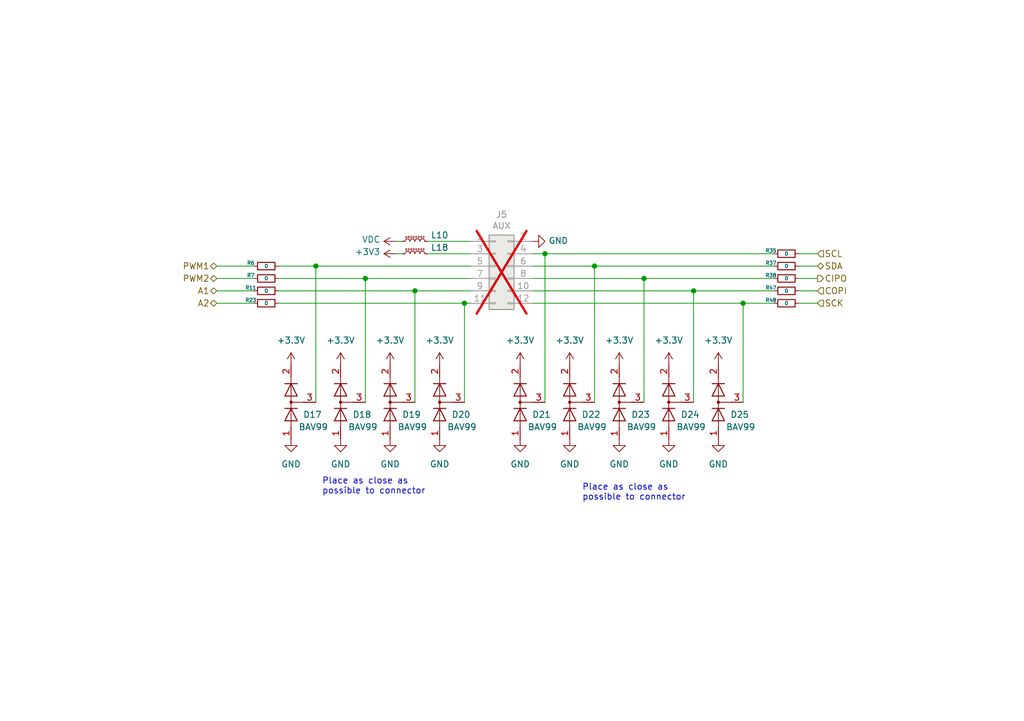
<source format=kicad_sch>
(kicad_sch (version 20230121) (generator eeschema)
  (paper "A5")
  (title_block (title "LumenPnP Motherboard") (date "2023-07-30") (rev "005") (company "Opulo") (comment 1 "Third-Party Expansion"))
  (lib_symbols
    (symbol "+3.3V_1" (power) (pin_names (offset 0))
      (property "Value" "+3.3V_1" (at 0 3.556 0))
      (symbol "+3.3V_1_0_1"
        (polyline (pts (xy -0.762 1.27) (xy 0 2.54)))
        (polyline (pts (xy 0 0) (xy 0 2.54)))
        (polyline (pts (xy 0 2.54) (xy 0.762 1.27)))
      )
      (symbol "+3.3V_1_1_1"
        (pin power_in line (at 0 0 90) (length 0) hide (name "+3.3V") (number "1"))
      )
    )
    (symbol "Connector_Generic:Conn_02x06_Odd_Even" (pin_names (offset 1.016) hide)
      (property "Reference" "J" (at 1.27 7.62 0))
      (property "Value" "Conn_02x06_Odd_Even" (at 1.27 -10.16 0))
      (symbol "Conn_02x06_Odd_Even_1_1"
        (rectangle (start -1.27 -7.493) (end 0 -7.747) (stroke (width 0.1524)))
        (rectangle (start -1.27 -4.953) (end 0 -5.207) (stroke (width 0.1524)))
        (rectangle (start -1.27 -2.413) (end 0 -2.667) (stroke (width 0.1524)))
        (rectangle (start -1.27 0.127) (end 0 -0.127) (stroke (width 0.1524)))
        (rectangle (start -1.27 2.667) (end 0 2.413) (stroke (width 0.1524)))
        (rectangle (start -1.27 5.207) (end 0 4.953) (stroke (width 0.1524)))
        (rectangle (start -1.27 6.35) (end 3.81 -8.89) (stroke (width 0.254)) (fill (type background)))
        (rectangle (start 3.81 -7.493) (end 2.54 -7.747) (stroke (width 0.1524)))
        (rectangle (start 3.81 -4.953) (end 2.54 -5.207) (stroke (width 0.1524)))
        (rectangle (start 3.81 -2.413) (end 2.54 -2.667) (stroke (width 0.1524)))
        (rectangle (start 3.81 0.127) (end 2.54 -0.127) (stroke (width 0.1524)))
        (rectangle (start 3.81 2.667) (end 2.54 2.413) (stroke (width 0.1524)))
        (rectangle (start 3.81 5.207) (end 2.54 4.953) (stroke (width 0.1524)))
        (pin passive line (at -5.08 5.08 0) (length 3.81) (name "Pin_1") (number "1"))
        (pin passive line (at 7.62 -5.08 180) (length 3.81) (name "Pin_10") (number "10"))
        (pin passive line (at -5.08 -7.62 0) (length 3.81) (name "Pin_11") (number "11"))
        (pin passive line (at 7.62 -7.62 180) (length 3.81) (name "Pin_12") (number "12"))
        (pin passive line (at 7.62 5.08 180) (length 3.81) (name "Pin_2") (number "2"))
        (pin passive line (at -5.08 2.54 0) (length 3.81) (name "Pin_3") (number "3"))
        (pin passive line (at 7.62 2.54 180) (length 3.81) (name "Pin_4") (number "4"))
        (pin passive line (at -5.08 0 0) (length 3.81) (name "Pin_5") (number "5"))
        (pin passive line (at 7.62 0 180) (length 3.81) (name "Pin_6") (number "6"))
        (pin passive line (at -5.08 -2.54 0) (length 3.81) (name "Pin_7") (number "7"))
        (pin passive line (at 7.62 -2.54 180) (length 3.81) (name "Pin_8") (number "8"))
        (pin passive line (at -5.08 -5.08 0) (length 3.81) (name "Pin_9") (number "9"))
      )
    )
    (symbol "Device:L_Ferrite_Small" (pin_numbers hide) (pin_names (offset 0.254) hide)
      (property "Reference" "L" (at 1.27 1.016 0))
      (property "Value" "L_Ferrite_Small" (at 1.27 -1.27 0))
      (symbol "L_Ferrite_Small_0_1"
        (arc (start 0 -2.032) (mid 0.5058 -1.524) (end 0 -1.016))
        (arc (start 0 -1.016) (mid 0.5058 -0.508) (end 0 0))
        (polyline (pts (xy 0.762 -1.905) (xy 0.762 -1.651)))
        (polyline (pts (xy 0.762 -1.397) (xy 0.762 -1.143)))
        (polyline (pts (xy 0.762 -0.889) (xy 0.762 -0.635)))
        (polyline (pts (xy 0.762 -0.381) (xy 0.762 -0.127)))
        (polyline (pts (xy 0.762 0.127) (xy 0.762 0.381)))
        (polyline (pts (xy 0.762 0.635) (xy 0.762 0.889)))
        (polyline (pts (xy 0.762 1.143) (xy 0.762 1.397)))
        (polyline (pts (xy 0.762 1.651) (xy 0.762 1.905)))
        (polyline (pts (xy 1.016 -1.651) (xy 1.016 -1.905)))
        (polyline (pts (xy 1.016 -1.143) (xy 1.016 -1.397)))
        (polyline (pts (xy 1.016 -0.635) (xy 1.016 -0.889)))
        (polyline (pts (xy 1.016 -0.127) (xy 1.016 -0.381)))
        (polyline (pts (xy 1.016 0.381) (xy 1.016 0.127)))
        (polyline (pts (xy 1.016 0.889) (xy 1.016 0.635)))
        (polyline (pts (xy 1.016 1.397) (xy 1.016 1.143)))
        (polyline (pts (xy 1.016 1.905) (xy 1.016 1.651)))
        (arc (start 0 0) (mid 0.5058 0.508) (end 0 1.016))
        (arc (start 0 1.016) (mid 0.5058 1.524) (end 0 2.032))
      )
      (symbol "L_Ferrite_Small_1_1"
        (pin passive line (at 0 2.54 270) (length 0.508) (name "~") (number "1"))
        (pin passive line (at 0 -2.54 90) (length 0.508) (name "~") (number "2"))
      )
    )
    (symbol "Device:R_Small" (pin_numbers hide) (pin_names (offset 0.254) hide)
      (property "Reference" "R" (at 0.762 0.508 0))
      (property "Value" "R_Small" (at 0.762 -1.016 0))
      (symbol "R_Small_0_1"
        (rectangle (start -0.762 1.778) (end 0.762 -1.778) (stroke (width 0.2032)))
      )
      (symbol "R_Small_1_1"
        (pin passive line (at 0 2.54 270) (length 0.762) (name "~") (number "1"))
        (pin passive line (at 0 -2.54 90) (length 0.762) (name "~") (number "2"))
      )
    )
    (symbol "Diode:BAV99" (pin_names hide)
      (property "Reference" "D" (at 0 5.08 0))
      (property "Value" "BAV99" (at 0 2.54 0))
      (symbol "BAV99_0_1"
        (polyline (pts (xy -5.08 0) (xy 5.08 0)))
      )
      (symbol "BAV99_1_1"
        (polyline (pts (xy 0 0) (xy 0 -2.54)))
        (polyline (pts (xy -1.27 -1.27) (xy -1.27 1.27) (xy -1.27 1.27)) (stroke (width 0.2032)))
        (polyline (pts (xy 3.81 1.27) (xy 3.81 -1.27) (xy 3.81 -1.27)) (stroke (width 0.2032)))
        (polyline (pts (xy -3.81 1.27) (xy -1.27 0) (xy -3.81 -1.27) (xy -3.81 1.27) (xy -3.81 1.27) (xy -3.81 1.27)) (stroke (width 0.2032)))
        (polyline (pts (xy 1.27 1.27) (xy 3.81 0) (xy 1.27 -1.27) (xy 1.27 1.27) (xy 1.27 1.27) (xy 1.27 1.27)) (stroke (width 0.2032)))
        (circle (center 0 0) (radius 0.254) (fill (type outline)))
        (pin passive line (at -7.62 0 0) (length 2.54) (name "K") (number "1"))
        (pin passive line (at 7.62 0 180) (length 2.54) (name "A") (number "2"))
        (pin passive line (at 0 -5.08 90) (length 2.54) (name "K") (number "3"))
      )
    )
    (symbol "GND_1" (power) (pin_names (offset 0))
      (property "Value" "GND_1" (at 0 -3.81 0))
      (symbol "GND_1_0_1"
        (polyline (pts (xy 0 0) (xy 0 -1.27) (xy 1.27 -1.27) (xy 0 -2.54) (xy -1.27 -1.27) (xy 0 -1.27)))
      )
      (symbol "GND_1_1_1"
        (pin power_in line (at 0 0 270) (length 0) hide (name "GND") (number "1"))
      )
    )
    (symbol "power:+3.3V" (power) (pin_names (offset 0))
      (property "Value" "+3.3V" (at 0 3.556 0))
      (symbol "+3.3V_0_1"
        (polyline (pts (xy -0.762 1.27) (xy 0 2.54)))
        (polyline (pts (xy 0 0) (xy 0 2.54)))
        (polyline (pts (xy 0 2.54) (xy 0.762 1.27)))
      )
      (symbol "+3.3V_1_1"
        (pin power_in line (at 0 0 90) (length 0) hide (name "+3V3") (number "1"))
      )
    )
    (symbol "power:GND" (power) (pin_names (offset 0))
      (property "Value" "GND" (at 0 -3.81 0))
      (symbol "GND_0_1"
        (polyline (pts (xy 0 0) (xy 0 -1.27) (xy 1.27 -1.27) (xy 0 -2.54) (xy -1.27 -1.27) (xy 0 -1.27)))
      )
      (symbol "GND_1_1"
        (pin power_in line (at 0 0 270) (length 0) hide (name "GND") (number "1"))
      )
    )
    (symbol "power:VDC" (power) (pin_names (offset 0))
      (property "Value" "VDC" (at 0 6.35 0))
      (symbol "VDC_0_1"
        (polyline (pts (xy -0.762 1.27) (xy 0 2.54)))
        (polyline (pts (xy 0 0) (xy 0 2.54)))
        (polyline (pts (xy 0 2.54) (xy 0.762 1.27)))
      )
      (symbol "VDC_1_1"
        (pin power_in line (at 0 0 90) (length 0) hide (name "VDC") (number "1"))
      )
    )
  )
  (junction (at 121.92 54.61))
  (junction (at 64.77 54.61))
  (junction (at 95.25 62.23))
  (junction (at 74.93 57.15))
  (junction (at 152.4 62.23))
  (junction (at 111.76 52.07))
  (junction (at 132.08 57.15))
  (junction (at 85.09 59.69))
  (junction (at 142.24 59.69))
  (wire (pts (xy 109.22 59.69) (xy 142.24 59.69)))
  (wire (pts (xy 44.45 62.23) (xy 52.07 62.23)))
  (wire (pts (xy 44.45 59.69) (xy 52.07 59.69)))
  (wire (pts (xy 152.4 62.23) (xy 152.4 82.55)))
  (wire (pts (xy 95.25 62.23) (xy 96.52 62.23)))
  (wire (pts (xy 85.09 59.69) (xy 85.09 82.55)))
  (wire (pts (xy 142.24 59.69) (xy 142.24 82.55)))
  (wire (pts (xy 163.83 54.61) (xy 167.64 54.61)))
  (wire (pts (xy 163.83 52.07) (xy 167.64 52.07)))
  (wire (pts (xy 87.63 49.53) (xy 96.52 49.53)))
  (wire (pts (xy 132.08 57.15) (xy 158.75 57.15)))
  (wire (pts (xy 109.22 57.15) (xy 132.08 57.15)))
  (wire (pts (xy 57.15 62.23) (xy 95.25 62.23)))
  (wire (pts (xy 95.25 62.23) (xy 95.25 82.55)))
  (wire (pts (xy 121.92 54.61) (xy 158.75 54.61)))
  (wire (pts (xy 44.45 57.15) (xy 52.07 57.15)))
  (wire (pts (xy 111.76 52.07) (xy 158.75 52.07)))
  (wire (pts (xy 74.93 57.15) (xy 74.93 82.55)))
  (wire (pts (xy 109.22 54.61) (xy 121.92 54.61)))
  (wire (pts (xy 163.83 59.69) (xy 167.64 59.69)))
  (wire (pts (xy 87.63 52.07) (xy 96.52 52.07)))
  (wire (pts (xy 132.08 57.15) (xy 132.08 82.55)))
  (wire (pts (xy 121.92 54.61) (xy 121.92 82.55)))
  (wire (pts (xy 74.93 57.15) (xy 96.52 57.15)))
  (wire (pts (xy 64.77 54.61) (xy 96.52 54.61)))
  (wire (pts (xy 85.09 59.69) (xy 96.52 59.69)))
  (wire (pts (xy 142.24 59.69) (xy 158.75 59.69)))
  (wire (pts (xy 64.77 54.61) (xy 64.77 82.55)))
  (wire (pts (xy 163.83 62.23) (xy 167.64 62.23)))
  (wire (pts (xy 109.22 52.07) (xy 111.76 52.07)))
  (wire (pts (xy 57.15 54.61) (xy 64.77 54.61)))
  (wire (pts (xy 163.83 57.15) (xy 167.64 57.15)))
  (wire (pts (xy 81.28 52.07) (xy 82.55 52.07)))
  (wire (pts (xy 81.28 49.53) (xy 82.55 49.53)))
  (wire (pts (xy 111.76 52.07) (xy 111.76 82.55)))
  (wire (pts (xy 109.22 62.23) (xy 152.4 62.23)))
  (wire (pts (xy 44.45 54.61) (xy 52.07 54.61)))
  (wire (pts (xy 152.4 62.23) (xy 158.75 62.23)))
  (wire (pts (xy 57.15 57.15) (xy 74.93 57.15)))
  (wire (pts (xy 57.15 59.69) (xy 85.09 59.69)))
  (text "Place as close as\npossible to connector" (at 119.38 102.87 0) (effects (font (size 1.27 1.27)) (justify left bottom)))
  (text "Place as close as\npossible to connector" (at 66.04 101.6 0) (effects (font (size 1.27 1.27)) (justify left bottom)))
  (hierarchical_label "PWM1" (shape bidirectional) (at 44.45 54.61 180))
  (hierarchical_label "PWM2" (shape bidirectional) (at 44.45 57.15 180))
  (hierarchical_label "SDA" (shape bidirectional) (at 167.64 54.61 0))
  (hierarchical_label "COPI" (shape input) (at 167.64 59.69 0))
  (hierarchical_label "A2" (shape bidirectional) (at 44.45 62.23 180))
  (hierarchical_label "CIPO" (shape output) (at 167.64 57.15 0))
  (hierarchical_label "SCL" (shape input) (at 167.64 52.07 0))
  (hierarchical_label "SCK" (shape input) (at 167.64 62.23 0))
  (hierarchical_label "A1" (shape bidirectional) (at 44.45 59.69 180))
  (symbol (lib_id "Device:R_Small") (at 54.61 57.15 270) (unit 1)
    (property "Reference" "R7" (at 51.435 56.515 90) (effects (font (size 0.75 0.75))))
    (property "Value" "0" (at 54.61 57.15 90) (effects (font (size 0.75 0.75))))
    (property "Footprint" "Resistor_SMD:R_0805_2012Metric" (effects hide))
    (property "JLCPCB" "C17477" (effects hide))
    (property "LCSC" "C17477" (effects hide))
  )
  (symbol (lib_id "Diode:BAV99") (at 147.32 82.55 90) (unit 1)
    (property "Reference" "D25" (at 153.67 85.09 90) (effects (justify left)))
    (property "Value" "BAV99" (at 154.94 87.63 90) (effects (justify left)))
    (property "Footprint" "Package_TO_SOT_SMD:SOT-23" (effects hide))
    (property "Datasheet" "https://assets.nexperia.com/documents/data-sheet/BAV99_SER.pdf" (effects hide))
    (property "JLCPCB" "C2500" (effects hide))
    (property "LCSC" "C916421" (effects hide))
  )
  (symbol (lib_id "Diode:BAV99") (at 69.85 82.55 90) (unit 1)
    (property "Reference" "D18" (at 76.2 85.09 90) (effects (justify left)))
    (property "Value" "BAV99" (at 77.47 87.63 90) (effects (justify left)))
    (property "Footprint" "Package_TO_SOT_SMD:SOT-23" (effects hide))
    (property "Datasheet" "https://assets.nexperia.com/documents/data-sheet/BAV99_SER.pdf" (effects hide))
    (property "JLCPCB" "C2500" (effects hide))
    (property "LCSC" "C916421" (effects hide))
  )
  (symbol (lib_name "GND_1") (lib_id "power:GND") (at 80.01 90.17 0) (unit 1)
    (property "Reference" "#PWR082" (effects hide))
    (property "Value" "GND" (at 80.01 95.25 0))
  )
  (symbol (lib_name "+3.3V_1") (lib_id "power:+3.3V") (at 80.01 74.93 0) (unit 1)
    (property "Reference" "#PWR064" (effects hide))
    (property "Value" "+3.3V" (at 80.01 69.85 0))
  )
  (symbol (lib_id "Diode:BAV99") (at 116.84 82.55 90) (unit 1)
    (property "Reference" "D22" (at 123.19 85.09 90) (effects (justify left)))
    (property "Value" "BAV99" (at 124.46 87.63 90) (effects (justify left)))
    (property "Footprint" "Package_TO_SOT_SMD:SOT-23" (effects hide))
    (property "Datasheet" "https://assets.nexperia.com/documents/data-sheet/BAV99_SER.pdf" (effects hide))
    (property "JLCPCB" "C2500" (effects hide))
    (property "LCSC" "C916421" (effects hide))
  )
  (symbol (lib_id "Diode:BAV99") (at 59.69 82.55 90) (unit 1)
    (property "Reference" "D17" (at 66.04 85.09 90) (effects (justify left)))
    (property "Value" "BAV99" (at 67.31 87.63 90) (effects (justify left)))
    (property "Footprint" "Package_TO_SOT_SMD:SOT-23" (effects hide))
    (property "Datasheet" "https://assets.nexperia.com/documents/data-sheet/BAV99_SER.pdf" (effects hide))
    (property "JLCPCB" "C2500" (effects hide))
    (property "LCSC" "C916421" (effects hide))
  )
  (symbol (lib_id "Device:R_Small") (at 161.29 62.23 270) (unit 1)
    (property "Reference" "R48" (at 158.115 61.595 90) (effects (font (size 0.75 0.75))))
    (property "Value" "0" (at 161.29 62.23 90) (effects (font (size 0.75 0.75))))
    (property "Footprint" "Resistor_SMD:R_0805_2012Metric" (effects hide))
    (property "JLCPCB" "C17477" (effects hide))
    (property "LCSC" "C17477" (effects hide))
  )
  (symbol (lib_name "GND_1") (lib_id "power:GND") (at 147.32 90.17 0) (unit 1)
    (property "Reference" "#PWR0145" (effects hide))
    (property "Value" "GND" (at 147.32 95.25 0))
  )
  (symbol (lib_name "GND_1") (lib_id "power:GND") (at 106.68 90.17 0) (unit 1)
    (property "Reference" "#PWR0134" (effects hide))
    (property "Value" "GND" (at 106.68 95.25 0))
  )
  (symbol (lib_id "Device:R_Small") (at 161.29 57.15 270) (unit 1)
    (property "Reference" "R38" (at 158.115 56.515 90) (effects (font (size 0.75 0.75))))
    (property "Value" "0" (at 161.29 57.15 90) (effects (font (size 0.75 0.75))))
    (property "Footprint" "Resistor_SMD:R_0805_2012Metric" (effects hide))
    (property "JLCPCB" "C17477" (effects hide))
    (property "LCSC" "C17477" (effects hide))
  )
  (symbol (lib_name "GND_1") (lib_id "power:GND") (at 137.16 90.17 0) (unit 1)
    (property "Reference" "#PWR0144" (effects hide))
    (property "Value" "GND" (at 137.16 95.25 0))
  )
  (symbol (lib_id "Device:R_Small") (at 54.61 62.23 270) (unit 1)
    (property "Reference" "R23" (at 51.435 61.595 90) (effects (font (size 0.75 0.75))))
    (property "Value" "0" (at 54.61 62.23 90) (effects (font (size 0.75 0.75))))
    (property "Footprint" "Resistor_SMD:R_0805_2012Metric" (effects hide))
    (property "JLCPCB" "C17477" (effects hide))
    (property "LCSC" "C17477" (effects hide))
  )
  (symbol (lib_id "Diode:BAV99") (at 127 82.55 90) (unit 1)
    (property "Reference" "D23" (at 133.35 85.09 90) (effects (justify left)))
    (property "Value" "BAV99" (at 134.62 87.63 90) (effects (justify left)))
    (property "Footprint" "Package_TO_SOT_SMD:SOT-23" (effects hide))
    (property "Datasheet" "https://assets.nexperia.com/documents/data-sheet/BAV99_SER.pdf" (effects hide))
    (property "JLCPCB" "C2500" (effects hide))
    (property "LCSC" "C916421" (effects hide))
  )
  (symbol (lib_id "Device:R_Small") (at 161.29 52.07 270) (unit 1)
    (property "Reference" "R35" (at 158.115 51.435 90) (effects (font (size 0.75 0.75))))
    (property "Value" "0" (at 161.29 52.07 90) (effects (font (size 0.75 0.75))))
    (property "Footprint" "Resistor_SMD:R_0805_2012Metric" (effects hide))
    (property "JLCPCB" "C17477" (effects hide))
    (property "LCSC" "C17477" (effects hide))
  )
  (symbol (lib_name "+3.3V_1") (lib_id "power:+3.3V") (at 106.68 74.93 0) (unit 1)
    (property "Reference" "#PWR0165" (effects hide))
    (property "Value" "+3.3V" (at 106.68 69.85 0))
  )
  (symbol (lib_id "Diode:BAV99") (at 106.68 82.55 90) (unit 1)
    (property "Reference" "D21" (at 113.03 85.09 90) (effects (justify left)))
    (property "Value" "BAV99" (at 114.3 87.63 90) (effects (justify left)))
    (property "Footprint" "Package_TO_SOT_SMD:SOT-23" (effects hide))
    (property "Datasheet" "https://assets.nexperia.com/documents/data-sheet/BAV99_SER.pdf" (effects hide))
    (property "JLCPCB" "C2500" (effects hide))
    (property "LCSC" "C916421" (effects hide))
  )
  (symbol (lib_id "Device:L_Ferrite_Small") (at 85.09 52.07 90) (unit 1)
    (property "Reference" "L18" (at 90.17 50.8 90))
    (property "Value" "L_Ferrite_Small" (effects hide))
    (property "Footprint" "Inductor_SMD:L_0805_2012Metric" (effects hide))
    (property "JLCPCB" "C1015" (effects hide))
    (property "LCSC" "C1015" (effects hide))
  )
  (symbol (lib_name "+3.3V_1") (lib_id "power:+3.3V") (at 127 74.93 0) (unit 1)
    (property "Reference" "#PWR0163" (effects hide))
    (property "Value" "+3.3V" (at 127 69.85 0))
  )
  (symbol (lib_name "+3.3V_1") (lib_id "power:+3.3V") (at 90.17 74.93 0) (unit 1)
    (property "Reference" "#PWR087" (effects hide))
    (property "Value" "+3.3V" (at 90.17 69.85 0))
  )
  (symbol (lib_id "power:VDC") (at 81.28 49.53 90) (unit 1)
    (property "Reference" "#PWR0129" (effects hide))
    (property "Value" "VDC" (at 78.0542 49.149 90) (effects (justify left)))
  )
  (symbol (lib_id "power:GND") (at 109.22 49.53 90) (unit 1)
    (property "Reference" "#PWR0130" (effects hide))
    (property "Value" "GND" (at 112.4712 49.403 90) (effects (justify right)))
  )
  (symbol (lib_id "Device:R_Small") (at 161.29 54.61 270) (unit 1)
    (property "Reference" "R37" (at 158.115 53.975 90) (effects (font (size 0.75 0.75))))
    (property "Value" "0" (at 161.29 54.61 90) (effects (font (size 0.75 0.75))))
    (property "Footprint" "Resistor_SMD:R_0805_2012Metric" (effects hide))
    (property "JLCPCB" "C17477" (effects hide))
    (property "LCSC" "C17477" (effects hide))
  )
  (symbol (lib_name "GND_1") (lib_id "power:GND") (at 127 90.17 0) (unit 1)
    (property "Reference" "#PWR0142" (effects hide))
    (property "Value" "GND" (at 127 95.25 0))
  )
  (symbol (lib_id "Diode:BAV99") (at 137.16 82.55 90) (unit 1)
    (property "Reference" "D24" (at 143.51 85.09 90) (effects (justify left)))
    (property "Value" "BAV99" (at 144.78 87.63 90) (effects (justify left)))
    (property "Footprint" "Package_TO_SOT_SMD:SOT-23" (effects hide))
    (property "Datasheet" "https://assets.nexperia.com/documents/data-sheet/BAV99_SER.pdf" (effects hide))
    (property "JLCPCB" "C2500" (effects hide))
    (property "LCSC" "C916421" (effects hide))
  )
  (symbol (lib_id "Device:R_Small") (at 54.61 59.69 270) (unit 1)
    (property "Reference" "R11" (at 51.435 59.055 90) (effects (font (size 0.75 0.75))))
    (property "Value" "0" (at 54.61 59.69 90) (effects (font (size 0.75 0.75))))
    (property "Footprint" "Resistor_SMD:R_0805_2012Metric" (effects hide))
    (property "JLCPCB" "C17477" (effects hide))
    (property "LCSC" "C17477" (effects hide))
  )
  (symbol (lib_name "+3.3V_1") (lib_id "power:+3.3V") (at 69.85 74.93 0) (unit 1)
    (property "Reference" "#PWR032" (effects hide))
    (property "Value" "+3.3V" (at 69.85 69.85 0))
  )
  (symbol (lib_name "+3.3V_1") (lib_id "power:+3.3V") (at 116.84 74.93 0) (unit 1)
    (property "Reference" "#PWR0164" (effects hide))
    (property "Value" "+3.3V" (at 116.84 69.85 0))
  )
  (symbol (lib_name "GND_1") (lib_id "power:GND") (at 59.69 90.17 0) (unit 1)
    (property "Reference" "#PWR031" (effects hide))
    (property "Value" "GND" (at 59.69 95.25 0))
  )
  (symbol (lib_name "+3.3V_1") (lib_id "power:+3.3V") (at 59.69 74.93 0) (unit 1)
    (property "Reference" "#PWR030" (effects hide))
    (property "Value" "+3.3V" (at 59.69 69.85 0))
  )
  (symbol (lib_id "Diode:BAV99") (at 80.01 82.55 90) (unit 1)
    (property "Reference" "D19" (at 86.36 85.09 90) (effects (justify left)))
    (property "Value" "BAV99" (at 87.63 87.63 90) (effects (justify left)))
    (property "Footprint" "Package_TO_SOT_SMD:SOT-23" (effects hide))
    (property "Datasheet" "https://assets.nexperia.com/documents/data-sheet/BAV99_SER.pdf" (effects hide))
    (property "JLCPCB" "C2500" (effects hide))
    (property "LCSC" "C916421" (effects hide))
  )
  (symbol (lib_name "GND_1") (lib_id "power:GND") (at 90.17 90.17 0) (unit 1)
    (property "Reference" "#PWR088" (effects hide))
    (property "Value" "GND" (at 90.17 95.25 0))
  )
  (symbol (lib_name "GND_1") (lib_id "power:GND") (at 69.85 90.17 0) (unit 1)
    (property "Reference" "#PWR033" (effects hide))
    (property "Value" "GND" (at 69.85 95.25 0))
  )
  (symbol (lib_id "Connector_Generic:Conn_02x06_Odd_Even") (at 101.6 54.61 0) (unit 1) (dnp yes)
    (property "Reference" "J5" (at 102.87 44.0182 0))
    (property "Value" "AUX" (at 102.87 46.3296 0))
    (property "Footprint" "Connector_IDC:IDC-Header_2x06_P2.54mm_Vertical" (effects hide))
    (property "LCSC" "C9136" (effects hide))
    (property "JLCPCB" "C9136" (effects hide))
  )
  (symbol (lib_name "+3.3V_1") (lib_id "power:+3.3V") (at 147.32 74.93 0) (unit 1)
    (property "Reference" "#PWR0156" (effects hide))
    (property "Value" "+3.3V" (at 147.32 69.85 0))
  )
  (symbol (lib_id "Device:L_Ferrite_Small") (at 85.09 49.53 90) (unit 1)
    (property "Reference" "L10" (at 90.17 48.26 90))
    (property "Value" "L_Ferrite_Small" (effects hide))
    (property "Footprint" "Inductor_SMD:L_0805_2012Metric" (effects hide))
    (property "JLCPCB" "C1015" (effects hide))
    (property "LCSC" "C1015" (effects hide))
  )
  (symbol (lib_name "GND_1") (lib_id "power:GND") (at 116.84 90.17 0) (unit 1)
    (property "Reference" "#PWR0141" (effects hide))
    (property "Value" "GND" (at 116.84 95.25 0))
  )
  (symbol (lib_id "power:+3.3V") (at 81.28 52.07 90) (unit 1)
    (property "Reference" "#PWR0128" (effects hide))
    (property "Value" "+3.3V" (at 78.0288 51.689 90) (effects (justify left)))
  )
  (symbol (lib_id "Device:R_Small") (at 54.61 54.61 270) (unit 1)
    (property "Reference" "R6" (at 51.435 53.975 90) (effects (font (size 0.75 0.75))))
    (property "Value" "0" (at 54.61 54.61 90) (effects (font (size 0.75 0.75))))
    (property "Footprint" "Resistor_SMD:R_0805_2012Metric" (effects hide))
    (property "JLCPCB" "C17477" (effects hide))
    (property "LCSC" "C17477" (effects hide))
  )
  (symbol (lib_id "Device:R_Small") (at 161.29 59.69 270) (unit 1)
    (property "Reference" "R47" (at 158.115 59.055 90) (effects (font (size 0.75 0.75))))
    (property "Value" "0" (at 161.29 59.69 90) (effects (font (size 0.75 0.75))))
    (property "Footprint" "Resistor_SMD:R_0805_2012Metric" (effects hide))
    (property "JLCPCB" "C17477" (effects hide))
    (property "LCSC" "C17477" (effects hide))
  )
  (symbol (lib_id "Diode:BAV99") (at 90.17 82.55 90) (unit 1)
    (property "Reference" "D20" (at 96.52 85.09 90) (effects (justify left)))
    (property "Value" "BAV99" (at 97.79 87.63 90) (effects (justify left)))
    (property "Footprint" "Package_TO_SOT_SMD:SOT-23" (effects hide))
    (property "Datasheet" "https://assets.nexperia.com/documents/data-sheet/BAV99_SER.pdf" (effects hide))
    (property "JLCPCB" "C2500" (effects hide))
    (property "LCSC" "C916421" (effects hide))
  )
  (symbol (lib_name "+3.3V_1") (lib_id "power:+3.3V") (at 137.16 74.93 0) (unit 1)
    (property "Reference" "#PWR0158" (effects hide))
    (property "Value" "+3.3V" (at 137.16 69.85 0))
  )
)
</source>
